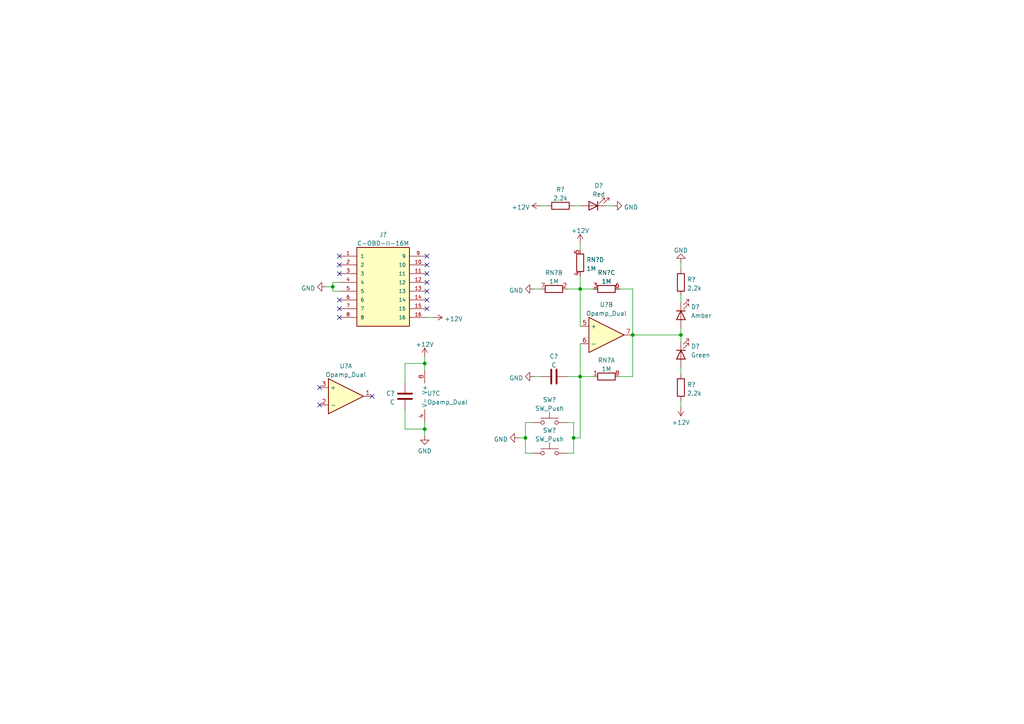
<source format=kicad_sch>
(kicad_sch (version 20211123) (generator eeschema)
  (paper "A4")
  (title_block (title "YM-701"))
  (lib_symbols
    (symbol "C-OBD-II-16M:C-OBD-II-16M" (pin_names (offset 1.016))
      (property "Reference" "J" (at -7.62 11.43 0))
      (property "Value" "C-OBD-II-16M" (at -7.62 -13.97 0))
      (symbol "C-OBD-II-16M_0_0"
        (rectangle (start -7.62 -12.7) (end 7.62 10.16) (stroke (width 0.254)) (fill (type background)))
        (pin passive line (at -12.7 7.62 0) (length 5.08) (name "1") (number "1"))
        (pin passive line (at 12.7 5.08 180) (length 5.08) (name "10") (number "10"))
        (pin passive line (at 12.7 2.54 180) (length 5.08) (name "11") (number "11"))
        (pin passive line (at 12.7 0 180) (length 5.08) (name "12") (number "12"))
        (pin passive line (at 12.7 -2.54 180) (length 5.08) (name "13") (number "13"))
        (pin passive line (at 12.7 -5.08 180) (length 5.08) (name "14") (number "14"))
        (pin passive line (at 12.7 -7.62 180) (length 5.08) (name "15") (number "15"))
        (pin passive line (at 12.7 -10.16 180) (length 5.08) (name "16") (number "16"))
        (pin passive line (at -12.7 5.08 0) (length 5.08) (name "2") (number "2"))
        (pin passive line (at -12.7 2.54 0) (length 5.08) (name "3") (number "3"))
        (pin passive line (at -12.7 0 0) (length 5.08) (name "4") (number "4"))
        (pin passive line (at -12.7 -2.54 0) (length 5.08) (name "5") (number "5"))
        (pin passive line (at -12.7 -5.08 0) (length 5.08) (name "6") (number "6"))
        (pin passive line (at -12.7 -7.62 0) (length 5.08) (name "7") (number "7"))
        (pin passive line (at -12.7 -10.16 0) (length 5.08) (name "8") (number "8"))
        (pin passive line (at 12.7 7.62 180) (length 5.08) (name "9") (number "9"))
      )
    )
    (symbol "Device:C" (pin_numbers hide) (pin_names (offset 0.254))
      (property "Reference" "C" (at 0.635 2.54 0))
      (property "Value" "C" (at 0.635 -2.54 0))
      (symbol "C_0_1"
        (polyline (pts (xy -2.032 -0.762) (xy 2.032 -0.762)) (stroke (width 0.508)))
        (polyline (pts (xy -2.032 0.762) (xy 2.032 0.762)) (stroke (width 0.508)))
      )
      (symbol "C_1_1"
        (pin passive line (at 0 3.81 270) (length 2.794) (name "~") (number "1"))
        (pin passive line (at 0 -3.81 90) (length 2.794) (name "~") (number "2"))
      )
    )
    (symbol "Device:LED" (pin_numbers hide) (pin_names (offset 1.016) hide)
      (property "Reference" "D" (at 0 2.54 0))
      (property "Value" "LED" (at 0 -2.54 0))
      (symbol "LED_0_1"
        (polyline (pts (xy -1.27 -1.27) (xy -1.27 1.27)) (stroke (width 0.254)))
        (polyline (pts (xy -1.27 0) (xy 1.27 0)))
        (polyline (pts (xy 1.27 -1.27) (xy 1.27 1.27) (xy -1.27 0) (xy 1.27 -1.27)) (stroke (width 0.254)))
        (polyline (pts (xy -3.048 -0.762) (xy -4.572 -2.286) (xy -3.81 -2.286) (xy -4.572 -2.286) (xy -4.572 -1.524)))
        (polyline (pts (xy -1.778 -0.762) (xy -3.302 -2.286) (xy -2.54 -2.286) (xy -3.302 -2.286) (xy -3.302 -1.524)))
      )
      (symbol "LED_1_1"
        (pin passive line (at -3.81 0 0) (length 2.54) (name "K") (number "1"))
        (pin passive line (at 3.81 0 180) (length 2.54) (name "A") (number "2"))
      )
    )
    (symbol "Device:Opamp_Dual"
      (property "Reference" "U" (at 0 5.08 0))
      (property "Value" "Opamp_Dual" (at 0 -5.08 0))
      (symbol "Opamp_Dual_1_1"
        (polyline (pts (xy -5.08 5.08) (xy 5.08 0) (xy -5.08 -5.08) (xy -5.08 5.08)) (stroke (width 0.254)) (fill (type background)))
        (pin output line (at 7.62 0 180) (length 2.54) (name "~") (number "1"))
        (pin input line (at -7.62 -2.54 0) (length 2.54) (name "-") (number "2"))
        (pin input line (at -7.62 2.54 0) (length 2.54) (name "+") (number "3"))
      )
      (symbol "Opamp_Dual_2_1"
        (polyline (pts (xy -5.08 5.08) (xy 5.08 0) (xy -5.08 -5.08) (xy -5.08 5.08)) (stroke (width 0.254)) (fill (type background)))
        (pin input line (at -7.62 2.54 0) (length 2.54) (name "+") (number "5"))
        (pin input line (at -7.62 -2.54 0) (length 2.54) (name "-") (number "6"))
        (pin output line (at 7.62 0 180) (length 2.54) (name "~") (number "7"))
      )
      (symbol "Opamp_Dual_3_1"
        (pin power_in line (at -2.54 -7.62 90) (length 3.81) (name "V-") (number "4"))
        (pin power_in line (at -2.54 7.62 270) (length 3.81) (name "V+") (number "8"))
      )
    )
    (symbol "Device:R" (pin_numbers hide) (pin_names (offset 0))
      (property "Reference" "R" (at 2.032 0 90))
      (property "Value" "R" (at 0 0 90))
      (symbol "R_0_1"
        (rectangle (start -1.016 -2.54) (end 1.016 2.54) (stroke (width 0.254)))
      )
      (symbol "R_1_1"
        (pin passive line (at 0 3.81 270) (length 1.27) (name "~") (number "1"))
        (pin passive line (at 0 -3.81 90) (length 1.27) (name "~") (number "2"))
      )
    )
    (symbol "Device:R_Pack04_Split" (pin_names (offset 0) hide)
      (property "Reference" "RN" (at 2.032 0 90))
      (property "Value" "R_Pack04_Split" (at 0 0 90))
      (symbol "R_Pack04_Split_0_1"
        (rectangle (start 1.016 2.54) (end -1.016 -2.54) (stroke (width 0.254)))
      )
      (symbol "R_Pack04_Split_1_1"
        (pin passive line (at 0 -3.81 90) (length 1.27) (name "R1.1") (number "1"))
        (pin passive line (at 0 3.81 270) (length 1.27) (name "R1.2") (number "8"))
      )
      (symbol "R_Pack04_Split_2_1"
        (pin passive line (at 0 -3.81 90) (length 1.27) (name "R2.1") (number "2"))
        (pin passive line (at 0 3.81 270) (length 1.27) (name "R2.2") (number "7"))
      )
      (symbol "R_Pack04_Split_3_1"
        (pin passive line (at 0 -3.81 90) (length 1.27) (name "R3.1") (number "3"))
        (pin passive line (at 0 3.81 270) (length 1.27) (name "R3.2") (number "6"))
      )
      (symbol "R_Pack04_Split_4_1"
        (pin passive line (at 0 -3.81 90) (length 1.27) (name "R4.1") (number "4"))
        (pin passive line (at 0 3.81 270) (length 1.27) (name "R4.2") (number "5"))
      )
    )
    (symbol "Switch:SW_Push" (pin_numbers hide) (pin_names (offset 1.016) hide)
      (property "Reference" "SW" (at 1.27 2.54 0))
      (property "Value" "SW_Push" (at 0 -1.524 0))
      (symbol "SW_Push_0_1"
        (circle (center -2.032 0) (radius 0.508))
        (polyline (pts (xy 0 1.27) (xy 0 3.048)))
        (polyline (pts (xy 2.54 1.27) (xy -2.54 1.27)))
        (circle (center 2.032 0) (radius 0.508))
        (pin passive line (at -5.08 0 0) (length 2.54) (name "1") (number "1"))
        (pin passive line (at 5.08 0 180) (length 2.54) (name "2") (number "2"))
      )
    )
    (symbol "power:+12V" (power) (pin_names (offset 0))
      (property "Value" "+12V" (at 0 3.556 0))
      (symbol "+12V_0_1"
        (polyline (pts (xy -0.762 1.27) (xy 0 2.54)))
        (polyline (pts (xy 0 0) (xy 0 2.54)))
        (polyline (pts (xy 0 2.54) (xy 0.762 1.27)))
      )
      (symbol "+12V_1_1"
        (pin power_in line (at 0 0 90) (length 0) hide (name "+12V") (number "1"))
      )
    )
    (symbol "power:GND" (power) (pin_names (offset 0))
      (property "Value" "GND" (at 0 -3.81 0))
      (symbol "GND_0_1"
        (polyline (pts (xy 0 0) (xy 0 -1.27) (xy 1.27 -1.27) (xy 0 -2.54) (xy -1.27 -1.27) (xy 0 -1.27)))
      )
      (symbol "GND_1_1"
        (pin power_in line (at 0 0 270) (length 0) hide (name "GND") (number "1"))
      )
    )
  )
  (junction (at 168.275 109.22))
  (junction (at 166.37 127))
  (junction (at 197.485 97.155))
  (junction (at 168.275 83.82))
  (junction (at 123.19 124.46))
  (junction (at 123.19 105.41))
  (junction (at 183.515 97.155))
  (junction (at 96.52 83.185))
  (junction (at 152.4 127))
  (no_connect (at 123.825 84.455))
  (no_connect (at 123.825 89.535))
  (no_connect (at 123.825 86.995))
  (no_connect (at 98.425 92.075))
  (no_connect (at 98.425 86.995))
  (no_connect (at 98.425 89.535))
  (no_connect (at 123.825 81.915))
  (no_connect (at 123.825 79.375))
  (no_connect (at 123.825 74.295))
  (no_connect (at 123.825 76.835))
  (no_connect (at 98.425 74.295))
  (no_connect (at 98.425 76.835))
  (no_connect (at 98.425 79.375))
  (no_connect (at 92.71 112.395))
  (no_connect (at 92.71 117.475))
  (no_connect (at 107.95 114.935))
  (wire (pts (xy 154.94 109.22) (xy 156.845 109.22)))
  (wire (pts (xy 172.085 109.22) (xy 168.275 109.22)))
  (wire (pts (xy 197.485 97.155) (xy 197.485 99.06)))
  (wire (pts (xy 168.275 109.22) (xy 168.275 99.695)))
  (wire (pts (xy 179.705 83.82) (xy 183.515 83.82)))
  (wire (pts (xy 164.465 109.22) (xy 168.275 109.22)))
  (wire (pts (xy 168.275 83.82) (xy 172.085 83.82)))
  (wire (pts (xy 117.475 118.745) (xy 117.475 124.46)))
  (wire (pts (xy 123.19 126.365) (xy 123.19 124.46)))
  (wire (pts (xy 152.4 122.555) (xy 154.305 122.555)))
  (wire (pts (xy 168.275 70.485) (xy 168.275 72.39)))
  (wire (pts (xy 197.485 76.2) (xy 197.485 78.105)))
  (wire (pts (xy 96.52 81.915) (xy 98.425 81.915)))
  (wire (pts (xy 183.515 97.155) (xy 197.485 97.155)))
  (wire (pts (xy 156.845 59.69) (xy 158.75 59.69)))
  (wire (pts (xy 166.37 127) (xy 168.275 127)))
  (wire (pts (xy 154.94 83.82) (xy 156.845 83.82)))
  (wire (pts (xy 164.465 131.445) (xy 166.37 131.445)))
  (wire (pts (xy 123.825 92.075) (xy 125.73 92.075)))
  (wire (pts (xy 152.4 122.555) (xy 152.4 127)))
  (wire (pts (xy 96.52 83.185) (xy 96.52 84.455)))
  (wire (pts (xy 183.515 109.22) (xy 183.515 97.155)))
  (wire (pts (xy 123.19 105.41) (xy 123.19 107.315)))
  (wire (pts (xy 98.425 84.455) (xy 96.52 84.455)))
  (wire (pts (xy 166.37 122.555) (xy 166.37 127)))
  (wire (pts (xy 117.475 124.46) (xy 123.19 124.46)))
  (wire (pts (xy 197.485 95.25) (xy 197.485 97.155)))
  (wire (pts (xy 166.37 127) (xy 166.37 131.445)))
  (wire (pts (xy 175.895 59.69) (xy 177.8 59.69)))
  (wire (pts (xy 168.275 109.22) (xy 168.275 127)))
  (wire (pts (xy 168.275 94.615) (xy 168.275 83.82)))
  (wire (pts (xy 183.515 83.82) (xy 183.515 97.155)))
  (wire (pts (xy 197.485 106.68) (xy 197.485 108.585)))
  (wire (pts (xy 197.485 116.205) (xy 197.485 118.11)))
  (wire (pts (xy 123.19 122.555) (xy 123.19 124.46)))
  (wire (pts (xy 152.4 127) (xy 152.4 131.445)))
  (wire (pts (xy 117.475 111.125) (xy 117.475 105.41)))
  (wire (pts (xy 179.705 109.22) (xy 183.515 109.22)))
  (wire (pts (xy 150.495 127) (xy 152.4 127)))
  (wire (pts (xy 166.37 59.69) (xy 168.275 59.69)))
  (wire (pts (xy 164.465 122.555) (xy 166.37 122.555)))
  (wire (pts (xy 117.475 105.41) (xy 123.19 105.41)))
  (wire (pts (xy 168.275 80.01) (xy 168.275 83.82)))
  (wire (pts (xy 152.4 131.445) (xy 154.305 131.445)))
  (wire (pts (xy 123.19 103.505) (xy 123.19 105.41)))
  (wire (pts (xy 94.615 83.185) (xy 96.52 83.185)))
  (wire (pts (xy 96.52 81.915) (xy 96.52 83.185)))
  (wire (pts (xy 197.485 85.725) (xy 197.485 87.63)))
  (wire (pts (xy 164.465 83.82) (xy 168.275 83.82)))
  (symbol (lib_id "power:+12V") (at 197.485 118.11 180) (unit 1)
    (property "Reference" "#PWR0112" (effects hide))
    (property "Value" "+12V" (at 197.485 122.5534 0))
  )
  (symbol (lib_id "Device:C") (at 117.475 114.935 180) (unit 1)
    (property "Reference" "C?" (at 114.554 114.1003 0) (effects (justify left)))
    (property "Value" "C" (at 114.554 116.6372 0) (effects (justify left)))
  )
  (symbol (lib_id "Device:R_Pack04_Split") (at 168.275 76.2 0) (unit 4)
    (property "Reference" "RN?" (at 170.053 75.3653 0) (effects (justify left)))
    (property "Value" "1M" (at 170.053 77.9022 0) (effects (justify left)))
  )
  (symbol (lib_id "Device:R_Pack04_Split") (at 175.895 109.22 270) (unit 1)
    (property "Reference" "RN?" (at 175.895 104.5042 90))
    (property "Value" "1M" (at 175.895 107.0411 90))
  )
  (symbol (lib_id "power:+12V") (at 156.845 59.69 90) (unit 1)
    (property "Reference" "#PWR0107" (effects hide))
    (property "Value" "+12V" (at 153.67 60.1238 90) (effects (justify left)))
  )
  (symbol (lib_id "Device:Opamp_Dual") (at 175.895 97.155 0) (unit 2)
    (property "Reference" "U?" (at 175.895 88.3752 0))
    (property "Value" "Opamp_Dual" (at 175.895 90.9121 0))
  )
  (symbol (lib_id "Device:LED") (at 197.485 91.44 90) (mirror x) (unit 1)
    (property "Reference" "D?" (at 200.406 89.0178 90) (effects (justify right)))
    (property "Value" "Amber" (at 200.406 91.5547 90) (effects (justify right)))
  )
  (symbol (lib_id "Device:C") (at 160.655 109.22 90) (unit 1)
    (property "Reference" "C?" (at 160.655 103.3612 90))
    (property "Value" "C" (at 160.655 105.8981 90))
  )
  (symbol (lib_id "power:GND") (at 94.615 83.185 270) (unit 1)
    (property "Reference" "#PWR0101" (effects hide))
    (property "Value" "GND" (at 91.4401 83.6188 90) (effects (justify right)))
  )
  (symbol (lib_id "Device:R_Pack04_Split") (at 175.895 83.82 270) (mirror x) (unit 3)
    (property "Reference" "RN?" (at 175.895 79.1042 90))
    (property "Value" "1M" (at 175.895 81.6411 90))
  )
  (symbol (lib_id "power:GND") (at 150.495 127 270) (unit 1)
    (property "Reference" "#PWR0113" (effects hide))
    (property "Value" "GND" (at 147.3201 127.4338 90) (effects (justify right)))
  )
  (symbol (lib_id "C-OBD-II-16M:C-OBD-II-16M") (at 111.125 81.915 0) (unit 1)
    (property "Reference" "J?" (at 111.125 68.0552 0))
    (property "Value" "C-OBD-II-16M" (at 111.125 70.5921 0))
    (property "Footprint" "COMTECH_C-OBD-II-16M" (effects hide))
    (property "PARTREV" "A" (effects hide))
    (property "MAXIMUM_PACKAGE_HEIGHT" "18.3mm" (effects hide))
    (property "STANDARD" "Manufacturer Recommendations" (effects hide))
    (property "MANUFACTURER" "Comtech Electronic Co." (effects hide))
  )
  (symbol (lib_id "Device:Opamp_Dual") (at 125.73 114.935 0) (unit 3)
    (property "Reference" "U?" (at 123.825 114.1003 0) (effects (justify left)))
    (property "Value" "Opamp_Dual" (at 123.825 116.6372 0) (effects (justify left)))
  )
  (symbol (lib_id "Device:R") (at 197.485 112.395 0) (unit 1)
    (property "Reference" "R?" (at 199.263 111.5603 0) (effects (justify left)))
    (property "Value" "2.2k" (at 199.263 114.0972 0) (effects (justify left)))
  )
  (symbol (lib_id "power:GND") (at 177.8 59.69 90) (unit 1)
    (property "Reference" "#PWR0108" (effects hide))
    (property "Value" "GND" (at 180.975 60.1238 90) (effects (justify right)))
  )
  (symbol (lib_id "Device:R") (at 162.56 59.69 90) (unit 1)
    (property "Reference" "R?" (at 162.56 54.9742 90))
    (property "Value" "2.2k" (at 162.56 57.5111 90))
  )
  (symbol (lib_id "Device:R") (at 197.485 81.915 0) (unit 1)
    (property "Reference" "R?" (at 199.263 81.0803 0) (effects (justify left)))
    (property "Value" "2.2k" (at 199.263 83.6172 0) (effects (justify left)))
  )
  (symbol (lib_id "power:GND") (at 154.94 109.22 270) (unit 1)
    (property "Reference" "#PWR0111" (effects hide))
    (property "Value" "GND" (at 151.7651 109.6538 90) (effects (justify right)))
  )
  (symbol (lib_id "power:GND") (at 123.19 126.365 0) (unit 1)
    (property "Reference" "#PWR0104" (effects hide))
    (property "Value" "GND" (at 123.19 130.8084 0))
  )
  (symbol (lib_id "Device:Opamp_Dual") (at 100.33 114.935 0) (unit 1)
    (property "Reference" "U?" (at 100.33 106.1552 0))
    (property "Value" "Opamp_Dual" (at 100.33 108.6921 0))
  )
  (symbol (lib_id "power:GND") (at 197.485 76.2 180) (unit 1)
    (property "Reference" "#PWR0110" (effects hide))
    (property "Value" "GND" (at 197.485 72.6242 0))
  )
  (symbol (lib_id "power:+12V") (at 125.73 92.075 270) (unit 1)
    (property "Reference" "#PWR0102" (effects hide))
    (property "Value" "+12V" (at 128.905 92.5088 90) (effects (justify left)))
  )
  (symbol (lib_id "Device:LED") (at 172.085 59.69 180) (unit 1)
    (property "Reference" "D?" (at 173.6725 53.8312 0))
    (property "Value" "Red" (at 173.6725 56.3681 0))
  )
  (symbol (lib_id "power:+12V") (at 168.275 70.485 0) (unit 1)
    (property "Reference" "#PWR0106" (effects hide))
    (property "Value" "+12V" (at 168.275 66.9092 0))
  )
  (symbol (lib_id "Switch:SW_Push") (at 159.385 122.555 0) (unit 1)
    (property "Reference" "SW?" (at 159.385 115.9342 0))
    (property "Value" "SW_Push" (at 159.385 118.4711 0))
  )
  (symbol (lib_id "Switch:SW_Push") (at 159.385 131.445 0) (unit 1)
    (property "Reference" "SW?" (at 159.385 124.8242 0))
    (property "Value" "SW_Push" (at 159.385 127.3611 0))
  )
  (symbol (lib_id "Device:LED") (at 197.485 102.87 90) (mirror x) (unit 1)
    (property "Reference" "D?" (at 200.406 100.4478 90) (effects (justify right)))
    (property "Value" "Green" (at 200.406 102.9847 90) (effects (justify right)))
  )
  (symbol (lib_id "power:+12V") (at 123.19 103.505 0) (unit 1)
    (property "Reference" "#PWR0103" (effects hide))
    (property "Value" "+12V" (at 123.19 99.9292 0))
  )
  (symbol (lib_id "Device:R_Pack04_Split") (at 160.655 83.82 90) (unit 2)
    (property "Reference" "RN?" (at 160.655 79.1042 90))
    (property "Value" "1M" (at 160.655 81.6411 90))
  )
  (symbol (lib_id "power:GND") (at 154.94 83.82 270) (unit 1)
    (property "Reference" "#PWR0109" (effects hide))
    (property "Value" "GND" (at 151.7651 84.2538 90) (effects (justify right)))
  )
)
</source>
